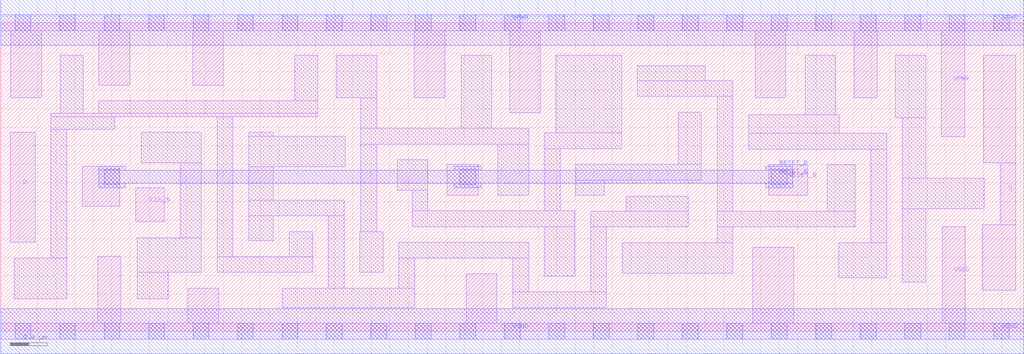
<source format=lef>
# Copyright 2020 The SkyWater PDK Authors
#
# Licensed under the Apache License, Version 2.0 (the "License");
# you may not use this file except in compliance with the License.
# You may obtain a copy of the License at
#
#     https://www.apache.org/licenses/LICENSE-2.0
#
# Unless required by applicable law or agreed to in writing, software
# distributed under the License is distributed on an "AS IS" BASIS,
# WITHOUT WARRANTIES OR CONDITIONS OF ANY KIND, either express or implied.
# See the License for the specific language governing permissions and
# limitations under the License.
#
# SPDX-License-Identifier: Apache-2.0

VERSION 5.7 ;
  NAMESCASESENSITIVE ON ;
  NOWIREEXTENSIONATPIN ON ;
  DIVIDERCHAR "/" ;
  BUSBITCHARS "[]" ;
UNITS
  DATABASE MICRONS 200 ;
END UNITS
MACRO sky130_fd_sc_hs__dfrtn_1
  CLASS CORE ;
  SOURCE USER ;
  FOREIGN sky130_fd_sc_hs__dfrtn_1 ;
  ORIGIN  0.000000  0.000000 ;
  SIZE  11.04000 BY  3.330000 ;
  SYMMETRY X Y R90 ;
  SITE unit ;
  PIN D
    ANTENNAGATEAREA  0.126000 ;
    DIRECTION INPUT ;
    USE SIGNAL ;
    PORT
      LAYER li1 ;
        RECT 0.105000 0.960000 0.370000 2.150000 ;
    END
  END D
  PIN Q
    ANTENNADIFFAREA  0.533800 ;
    DIRECTION OUTPUT ;
    USE SIGNAL ;
    PORT
      LAYER li1 ;
        RECT 10.590000 0.440000 10.955000 1.150000 ;
        RECT 10.605000 1.820000 10.955000 2.980000 ;
        RECT 10.785000 1.150000 10.955000 1.820000 ;
    END
  END Q
  PIN RESET_B
    ANTENNAGATEAREA  0.378000 ;
    DIRECTION INPUT ;
    USE SIGNAL ;
    PORT
      LAYER li1 ;
        RECT 0.880000 1.350000 1.285000 1.780000 ;
        RECT 4.820000 1.470000 5.155000 1.800000 ;
        RECT 8.285000 1.465000 8.710000 1.795000 ;
      LAYER mcon ;
        RECT 1.115000 1.580000 1.285000 1.750000 ;
        RECT 4.955000 1.580000 5.125000 1.750000 ;
        RECT 8.315000 1.580000 8.485000 1.750000 ;
      LAYER met1 ;
        RECT 1.055000 1.550000 1.345000 1.595000 ;
        RECT 1.055000 1.595000 8.545000 1.735000 ;
        RECT 1.055000 1.735000 1.345000 1.780000 ;
        RECT 4.895000 1.550000 5.185000 1.595000 ;
        RECT 4.895000 1.735000 5.185000 1.780000 ;
        RECT 8.255000 1.550000 8.545000 1.595000 ;
        RECT 8.255000 1.735000 8.545000 1.780000 ;
    END
  END RESET_B
  PIN CLK_N
    ANTENNAGATEAREA  0.279000 ;
    DIRECTION INPUT ;
    USE CLOCK ;
    PORT
      LAYER li1 ;
        RECT 1.455000 1.180000 1.765000 1.550000 ;
    END
  END CLK_N
  PIN VGND
    DIRECTION INOUT ;
    USE GROUND ;
    PORT
      LAYER li1 ;
        RECT  0.000000 -0.085000 11.040000 0.085000 ;
        RECT  1.045000  0.085000  1.295000 0.810000 ;
        RECT  2.020000  0.085000  2.350000 0.465000 ;
        RECT  5.025000  0.085000  5.355000 0.620000 ;
        RECT  8.115000  0.085000  8.555000 0.905000 ;
        RECT 10.160000  0.085000 10.410000 1.130000 ;
      LAYER mcon ;
        RECT  0.155000 -0.085000  0.325000 0.085000 ;
        RECT  0.635000 -0.085000  0.805000 0.085000 ;
        RECT  1.115000 -0.085000  1.285000 0.085000 ;
        RECT  1.595000 -0.085000  1.765000 0.085000 ;
        RECT  2.075000 -0.085000  2.245000 0.085000 ;
        RECT  2.555000 -0.085000  2.725000 0.085000 ;
        RECT  3.035000 -0.085000  3.205000 0.085000 ;
        RECT  3.515000 -0.085000  3.685000 0.085000 ;
        RECT  3.995000 -0.085000  4.165000 0.085000 ;
        RECT  4.475000 -0.085000  4.645000 0.085000 ;
        RECT  4.955000 -0.085000  5.125000 0.085000 ;
        RECT  5.435000 -0.085000  5.605000 0.085000 ;
        RECT  5.915000 -0.085000  6.085000 0.085000 ;
        RECT  6.395000 -0.085000  6.565000 0.085000 ;
        RECT  6.875000 -0.085000  7.045000 0.085000 ;
        RECT  7.355000 -0.085000  7.525000 0.085000 ;
        RECT  7.835000 -0.085000  8.005000 0.085000 ;
        RECT  8.315000 -0.085000  8.485000 0.085000 ;
        RECT  8.795000 -0.085000  8.965000 0.085000 ;
        RECT  9.275000 -0.085000  9.445000 0.085000 ;
        RECT  9.755000 -0.085000  9.925000 0.085000 ;
        RECT 10.235000 -0.085000 10.405000 0.085000 ;
        RECT 10.715000 -0.085000 10.885000 0.085000 ;
      LAYER met1 ;
        RECT 0.000000 -0.245000 11.040000 0.245000 ;
    END
  END VGND
  PIN VPWR
    DIRECTION INOUT ;
    USE POWER ;
    PORT
      LAYER li1 ;
        RECT  0.000000 3.245000 11.040000 3.415000 ;
        RECT  0.110000 2.520000  0.440000 3.245000 ;
        RECT  1.060000 2.655000  1.390000 3.245000 ;
        RECT  2.070000 2.655000  2.400000 3.245000 ;
        RECT  4.460000 2.520000  4.790000 3.245000 ;
        RECT  5.490000 2.360000  5.820000 3.245000 ;
        RECT  8.140000 2.520000  8.470000 3.245000 ;
        RECT  9.210000 2.520000  9.460000 3.245000 ;
        RECT 10.150000 2.100000 10.400000 3.245000 ;
      LAYER mcon ;
        RECT  0.155000 3.245000  0.325000 3.415000 ;
        RECT  0.635000 3.245000  0.805000 3.415000 ;
        RECT  1.115000 3.245000  1.285000 3.415000 ;
        RECT  1.595000 3.245000  1.765000 3.415000 ;
        RECT  2.075000 3.245000  2.245000 3.415000 ;
        RECT  2.555000 3.245000  2.725000 3.415000 ;
        RECT  3.035000 3.245000  3.205000 3.415000 ;
        RECT  3.515000 3.245000  3.685000 3.415000 ;
        RECT  3.995000 3.245000  4.165000 3.415000 ;
        RECT  4.475000 3.245000  4.645000 3.415000 ;
        RECT  4.955000 3.245000  5.125000 3.415000 ;
        RECT  5.435000 3.245000  5.605000 3.415000 ;
        RECT  5.915000 3.245000  6.085000 3.415000 ;
        RECT  6.395000 3.245000  6.565000 3.415000 ;
        RECT  6.875000 3.245000  7.045000 3.415000 ;
        RECT  7.355000 3.245000  7.525000 3.415000 ;
        RECT  7.835000 3.245000  8.005000 3.415000 ;
        RECT  8.315000 3.245000  8.485000 3.415000 ;
        RECT  8.795000 3.245000  8.965000 3.415000 ;
        RECT  9.275000 3.245000  9.445000 3.415000 ;
        RECT  9.755000 3.245000  9.925000 3.415000 ;
        RECT 10.235000 3.245000 10.405000 3.415000 ;
        RECT 10.715000 3.245000 10.885000 3.415000 ;
      LAYER met1 ;
        RECT 0.000000 3.085000 11.040000 3.575000 ;
    END
  END VPWR
  OBS
    LAYER li1 ;
      RECT 0.145000 0.350000  0.710000 0.790000 ;
      RECT 0.540000 0.790000  0.710000 2.180000 ;
      RECT 0.540000 2.180000  1.230000 2.315000 ;
      RECT 0.540000 2.315000  3.420000 2.350000 ;
      RECT 0.640000 2.350000  0.890000 2.980000 ;
      RECT 1.060000 2.350000  3.420000 2.485000 ;
      RECT 1.475000 0.350000  1.805000 0.635000 ;
      RECT 1.475000 0.635000  2.165000 1.010000 ;
      RECT 1.515000 1.820000  2.165000 2.145000 ;
      RECT 1.935000 1.010000  2.165000 1.820000 ;
      RECT 2.335000 0.635000  3.365000 0.805000 ;
      RECT 2.335000 0.805000  2.505000 2.315000 ;
      RECT 2.675000 0.975000  2.940000 1.245000 ;
      RECT 2.675000 1.245000  3.705000 1.415000 ;
      RECT 2.675000 1.415000  2.940000 1.775000 ;
      RECT 2.675000 1.775000  3.715000 2.105000 ;
      RECT 2.675000 2.105000  2.940000 2.145000 ;
      RECT 3.035000 0.255000  4.465000 0.465000 ;
      RECT 3.115000 0.805000  3.365000 1.075000 ;
      RECT 3.170000 2.485000  3.420000 2.980000 ;
      RECT 3.535000 0.465000  3.705000 1.245000 ;
      RECT 3.620000 2.520000  4.055000 2.980000 ;
      RECT 3.875000 0.635000  4.125000 1.075000 ;
      RECT 3.885000 1.075000  4.055000 2.020000 ;
      RECT 3.885000 2.020000  5.695000 2.190000 ;
      RECT 3.885000 2.190000  4.055000 2.520000 ;
      RECT 4.280000 1.520000  4.610000 1.850000 ;
      RECT 4.295000 0.465000  4.465000 0.790000 ;
      RECT 4.295000 0.790000  5.695000 0.960000 ;
      RECT 4.440000 1.130000  6.195000 1.300000 ;
      RECT 4.440000 1.300000  4.610000 1.520000 ;
      RECT 4.970000 2.190000  5.300000 2.980000 ;
      RECT 5.365000 1.470000  5.695000 2.020000 ;
      RECT 5.525000 0.255000  6.535000 0.425000 ;
      RECT 5.525000 0.425000  5.695000 0.790000 ;
      RECT 5.865000 0.595000  6.195000 1.130000 ;
      RECT 5.865000 1.300000  6.035000 1.970000 ;
      RECT 5.865000 1.970000  6.700000 2.140000 ;
      RECT 5.990000 2.140000  6.700000 2.980000 ;
      RECT 6.205000 1.470000  6.510000 1.630000 ;
      RECT 6.205000 1.630000  7.560000 1.800000 ;
      RECT 6.365000 0.425000  6.535000 1.125000 ;
      RECT 6.365000 1.125000  7.420000 1.295000 ;
      RECT 6.705000 0.625000  7.900000 0.955000 ;
      RECT 6.750000 1.295000  7.420000 1.455000 ;
      RECT 6.870000 2.535000  7.900000 2.705000 ;
      RECT 6.870000 2.705000  7.600000 2.865000 ;
      RECT 7.310000 1.800000  7.560000 2.365000 ;
      RECT 7.730000 0.955000  7.900000 1.125000 ;
      RECT 7.730000 1.125000  9.220000 1.295000 ;
      RECT 7.730000 1.295000  7.900000 2.535000 ;
      RECT 8.070000 1.965000  9.560000 2.135000 ;
      RECT 8.070000 2.135000  9.050000 2.335000 ;
      RECT 8.680000 2.335000  9.010000 2.980000 ;
      RECT 8.920000 1.295000  9.220000 1.795000 ;
      RECT 9.045000 0.575000  9.560000 0.955000 ;
      RECT 9.390000 0.955000  9.560000 1.965000 ;
      RECT 9.650000 2.305000  9.980000 2.980000 ;
      RECT 9.730000 0.530000  9.980000 1.320000 ;
      RECT 9.730000 1.320000 10.615000 1.650000 ;
      RECT 9.730000 1.650000  9.980000 2.305000 ;
  END
END sky130_fd_sc_hs__dfrtn_1

</source>
